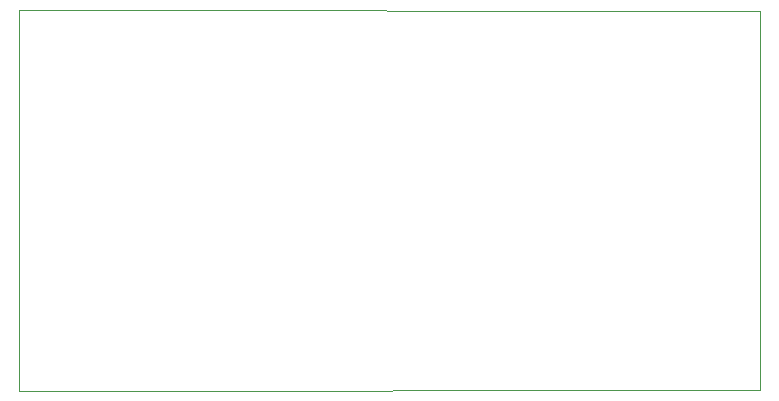
<source format=gbr>
G04 #@! TF.GenerationSoftware,KiCad,Pcbnew,(5.1.4-0-10_14)*
G04 #@! TF.CreationDate,2020-02-03T15:25:23+11:00*
G04 #@! TF.ProjectId,SmartWatch+,536d6172-7457-4617-9463-682b2e6b6963,rev?*
G04 #@! TF.SameCoordinates,Original*
G04 #@! TF.FileFunction,Profile,NP*
%FSLAX46Y46*%
G04 Gerber Fmt 4.6, Leading zero omitted, Abs format (unit mm)*
G04 Created by KiCad (PCBNEW (5.1.4-0-10_14)) date 2020-02-03 15:25:23*
%MOMM*%
%LPD*%
G04 APERTURE LIST*
%ADD10C,0.100000*%
G04 APERTURE END LIST*
D10*
X83312000Y-20574000D02*
X20624800Y-20523200D01*
X83312000Y-52705000D02*
X83312000Y-20574000D01*
X20599400Y-52755800D02*
X83312000Y-52705000D01*
X20624800Y-20523200D02*
X20599400Y-52755800D01*
M02*

</source>
